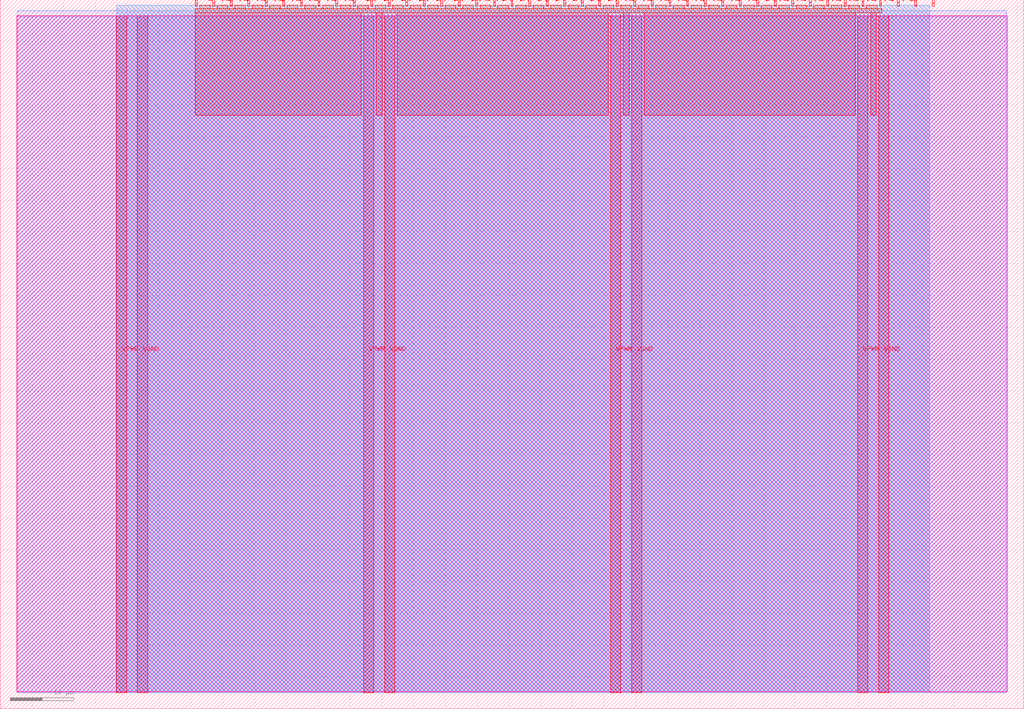
<source format=lef>
VERSION 5.7 ;
  NOWIREEXTENSIONATPIN ON ;
  DIVIDERCHAR "/" ;
  BUSBITCHARS "[]" ;
MACRO tt_um_carryskip_adder8
  CLASS BLOCK ;
  FOREIGN tt_um_carryskip_adder8 ;
  ORIGIN 0.000 0.000 ;
  SIZE 161.000 BY 111.520 ;
  PIN VGND
    DIRECTION INOUT ;
    USE GROUND ;
    PORT
      LAYER met4 ;
        RECT 21.580 2.480 23.180 109.040 ;
    END
    PORT
      LAYER met4 ;
        RECT 60.450 2.480 62.050 109.040 ;
    END
    PORT
      LAYER met4 ;
        RECT 99.320 2.480 100.920 109.040 ;
    END
    PORT
      LAYER met4 ;
        RECT 138.190 2.480 139.790 109.040 ;
    END
  END VGND
  PIN VPWR
    DIRECTION INOUT ;
    USE POWER ;
    PORT
      LAYER met4 ;
        RECT 18.280 2.480 19.880 109.040 ;
    END
    PORT
      LAYER met4 ;
        RECT 57.150 2.480 58.750 109.040 ;
    END
    PORT
      LAYER met4 ;
        RECT 96.020 2.480 97.620 109.040 ;
    END
    PORT
      LAYER met4 ;
        RECT 134.890 2.480 136.490 109.040 ;
    END
  END VPWR
  PIN clk
    DIRECTION INPUT ;
    USE SIGNAL ;
    PORT
      LAYER met4 ;
        RECT 143.830 110.520 144.130 111.520 ;
    END
  END clk
  PIN ena
    DIRECTION INPUT ;
    USE SIGNAL ;
    PORT
      LAYER met4 ;
        RECT 146.590 110.520 146.890 111.520 ;
    END
  END ena
  PIN rst_n
    DIRECTION INPUT ;
    USE SIGNAL ;
    PORT
      LAYER met4 ;
        RECT 141.070 110.520 141.370 111.520 ;
    END
  END rst_n
  PIN ui_in[0]
    DIRECTION INPUT ;
    USE SIGNAL ;
    ANTENNAGATEAREA 0.196500 ;
    PORT
      LAYER met4 ;
        RECT 138.310 110.520 138.610 111.520 ;
    END
  END ui_in[0]
  PIN ui_in[1]
    DIRECTION INPUT ;
    USE SIGNAL ;
    ANTENNAGATEAREA 0.196500 ;
    PORT
      LAYER met4 ;
        RECT 135.550 110.520 135.850 111.520 ;
    END
  END ui_in[1]
  PIN ui_in[2]
    DIRECTION INPUT ;
    USE SIGNAL ;
    ANTENNAGATEAREA 0.196500 ;
    PORT
      LAYER met4 ;
        RECT 132.790 110.520 133.090 111.520 ;
    END
  END ui_in[2]
  PIN ui_in[3]
    DIRECTION INPUT ;
    USE SIGNAL ;
    ANTENNAGATEAREA 0.196500 ;
    PORT
      LAYER met4 ;
        RECT 130.030 110.520 130.330 111.520 ;
    END
  END ui_in[3]
  PIN ui_in[4]
    DIRECTION INPUT ;
    USE SIGNAL ;
    ANTENNAGATEAREA 0.196500 ;
    PORT
      LAYER met4 ;
        RECT 127.270 110.520 127.570 111.520 ;
    END
  END ui_in[4]
  PIN ui_in[5]
    DIRECTION INPUT ;
    USE SIGNAL ;
    ANTENNAGATEAREA 0.196500 ;
    PORT
      LAYER met4 ;
        RECT 124.510 110.520 124.810 111.520 ;
    END
  END ui_in[5]
  PIN ui_in[6]
    DIRECTION INPUT ;
    USE SIGNAL ;
    ANTENNAGATEAREA 0.196500 ;
    PORT
      LAYER met4 ;
        RECT 121.750 110.520 122.050 111.520 ;
    END
  END ui_in[6]
  PIN ui_in[7]
    DIRECTION INPUT ;
    USE SIGNAL ;
    ANTENNAGATEAREA 0.196500 ;
    PORT
      LAYER met4 ;
        RECT 118.990 110.520 119.290 111.520 ;
    END
  END ui_in[7]
  PIN uio_in[0]
    DIRECTION INPUT ;
    USE SIGNAL ;
    ANTENNAGATEAREA 0.196500 ;
    PORT
      LAYER met4 ;
        RECT 116.230 110.520 116.530 111.520 ;
    END
  END uio_in[0]
  PIN uio_in[1]
    DIRECTION INPUT ;
    USE SIGNAL ;
    ANTENNAGATEAREA 0.196500 ;
    PORT
      LAYER met4 ;
        RECT 113.470 110.520 113.770 111.520 ;
    END
  END uio_in[1]
  PIN uio_in[2]
    DIRECTION INPUT ;
    USE SIGNAL ;
    ANTENNAGATEAREA 0.196500 ;
    PORT
      LAYER met4 ;
        RECT 110.710 110.520 111.010 111.520 ;
    END
  END uio_in[2]
  PIN uio_in[3]
    DIRECTION INPUT ;
    USE SIGNAL ;
    ANTENNAGATEAREA 0.196500 ;
    PORT
      LAYER met4 ;
        RECT 107.950 110.520 108.250 111.520 ;
    END
  END uio_in[3]
  PIN uio_in[4]
    DIRECTION INPUT ;
    USE SIGNAL ;
    ANTENNAGATEAREA 0.196500 ;
    PORT
      LAYER met4 ;
        RECT 105.190 110.520 105.490 111.520 ;
    END
  END uio_in[4]
  PIN uio_in[5]
    DIRECTION INPUT ;
    USE SIGNAL ;
    ANTENNAGATEAREA 0.196500 ;
    PORT
      LAYER met4 ;
        RECT 102.430 110.520 102.730 111.520 ;
    END
  END uio_in[5]
  PIN uio_in[6]
    DIRECTION INPUT ;
    USE SIGNAL ;
    ANTENNAGATEAREA 0.196500 ;
    PORT
      LAYER met4 ;
        RECT 99.670 110.520 99.970 111.520 ;
    END
  END uio_in[6]
  PIN uio_in[7]
    DIRECTION INPUT ;
    USE SIGNAL ;
    ANTENNAGATEAREA 0.196500 ;
    PORT
      LAYER met4 ;
        RECT 96.910 110.520 97.210 111.520 ;
    END
  END uio_in[7]
  PIN uio_oe[0]
    DIRECTION OUTPUT ;
    USE SIGNAL ;
    PORT
      LAYER met4 ;
        RECT 49.990 110.520 50.290 111.520 ;
    END
  END uio_oe[0]
  PIN uio_oe[1]
    DIRECTION OUTPUT ;
    USE SIGNAL ;
    PORT
      LAYER met4 ;
        RECT 47.230 110.520 47.530 111.520 ;
    END
  END uio_oe[1]
  PIN uio_oe[2]
    DIRECTION OUTPUT ;
    USE SIGNAL ;
    PORT
      LAYER met4 ;
        RECT 44.470 110.520 44.770 111.520 ;
    END
  END uio_oe[2]
  PIN uio_oe[3]
    DIRECTION OUTPUT ;
    USE SIGNAL ;
    PORT
      LAYER met4 ;
        RECT 41.710 110.520 42.010 111.520 ;
    END
  END uio_oe[3]
  PIN uio_oe[4]
    DIRECTION OUTPUT ;
    USE SIGNAL ;
    PORT
      LAYER met4 ;
        RECT 38.950 110.520 39.250 111.520 ;
    END
  END uio_oe[4]
  PIN uio_oe[5]
    DIRECTION OUTPUT ;
    USE SIGNAL ;
    PORT
      LAYER met4 ;
        RECT 36.190 110.520 36.490 111.520 ;
    END
  END uio_oe[5]
  PIN uio_oe[6]
    DIRECTION OUTPUT ;
    USE SIGNAL ;
    PORT
      LAYER met4 ;
        RECT 33.430 110.520 33.730 111.520 ;
    END
  END uio_oe[6]
  PIN uio_oe[7]
    DIRECTION OUTPUT ;
    USE SIGNAL ;
    PORT
      LAYER met4 ;
        RECT 30.670 110.520 30.970 111.520 ;
    END
  END uio_oe[7]
  PIN uio_out[0]
    DIRECTION OUTPUT ;
    USE SIGNAL ;
    PORT
      LAYER met4 ;
        RECT 72.070 110.520 72.370 111.520 ;
    END
  END uio_out[0]
  PIN uio_out[1]
    DIRECTION OUTPUT ;
    USE SIGNAL ;
    PORT
      LAYER met4 ;
        RECT 69.310 110.520 69.610 111.520 ;
    END
  END uio_out[1]
  PIN uio_out[2]
    DIRECTION OUTPUT ;
    USE SIGNAL ;
    PORT
      LAYER met4 ;
        RECT 66.550 110.520 66.850 111.520 ;
    END
  END uio_out[2]
  PIN uio_out[3]
    DIRECTION OUTPUT ;
    USE SIGNAL ;
    PORT
      LAYER met4 ;
        RECT 63.790 110.520 64.090 111.520 ;
    END
  END uio_out[3]
  PIN uio_out[4]
    DIRECTION OUTPUT ;
    USE SIGNAL ;
    PORT
      LAYER met4 ;
        RECT 61.030 110.520 61.330 111.520 ;
    END
  END uio_out[4]
  PIN uio_out[5]
    DIRECTION OUTPUT ;
    USE SIGNAL ;
    PORT
      LAYER met4 ;
        RECT 58.270 110.520 58.570 111.520 ;
    END
  END uio_out[5]
  PIN uio_out[6]
    DIRECTION OUTPUT ;
    USE SIGNAL ;
    PORT
      LAYER met4 ;
        RECT 55.510 110.520 55.810 111.520 ;
    END
  END uio_out[6]
  PIN uio_out[7]
    DIRECTION OUTPUT ;
    USE SIGNAL ;
    PORT
      LAYER met4 ;
        RECT 52.750 110.520 53.050 111.520 ;
    END
  END uio_out[7]
  PIN uo_out[0]
    DIRECTION OUTPUT ;
    USE SIGNAL ;
    ANTENNADIFFAREA 0.795200 ;
    PORT
      LAYER met4 ;
        RECT 94.150 110.520 94.450 111.520 ;
    END
  END uo_out[0]
  PIN uo_out[1]
    DIRECTION OUTPUT ;
    USE SIGNAL ;
    ANTENNADIFFAREA 0.795200 ;
    PORT
      LAYER met4 ;
        RECT 91.390 110.520 91.690 111.520 ;
    END
  END uo_out[1]
  PIN uo_out[2]
    DIRECTION OUTPUT ;
    USE SIGNAL ;
    ANTENNADIFFAREA 0.795200 ;
    PORT
      LAYER met4 ;
        RECT 88.630 110.520 88.930 111.520 ;
    END
  END uo_out[2]
  PIN uo_out[3]
    DIRECTION OUTPUT ;
    USE SIGNAL ;
    ANTENNADIFFAREA 0.445500 ;
    PORT
      LAYER met4 ;
        RECT 85.870 110.520 86.170 111.520 ;
    END
  END uo_out[3]
  PIN uo_out[4]
    DIRECTION OUTPUT ;
    USE SIGNAL ;
    ANTENNADIFFAREA 0.445500 ;
    PORT
      LAYER met4 ;
        RECT 83.110 110.520 83.410 111.520 ;
    END
  END uo_out[4]
  PIN uo_out[5]
    DIRECTION OUTPUT ;
    USE SIGNAL ;
    ANTENNADIFFAREA 0.445500 ;
    PORT
      LAYER met4 ;
        RECT 80.350 110.520 80.650 111.520 ;
    END
  END uo_out[5]
  PIN uo_out[6]
    DIRECTION OUTPUT ;
    USE SIGNAL ;
    ANTENNADIFFAREA 0.445500 ;
    PORT
      LAYER met4 ;
        RECT 77.590 110.520 77.890 111.520 ;
    END
  END uo_out[6]
  PIN uo_out[7]
    DIRECTION OUTPUT ;
    USE SIGNAL ;
    ANTENNADIFFAREA 0.445500 ;
    PORT
      LAYER met4 ;
        RECT 74.830 110.520 75.130 111.520 ;
    END
  END uo_out[7]
  OBS
      LAYER nwell ;
        RECT 2.570 2.635 158.430 108.990 ;
      LAYER li1 ;
        RECT 2.760 2.635 158.240 108.885 ;
      LAYER met1 ;
        RECT 2.760 2.480 158.240 109.780 ;
      LAYER met2 ;
        RECT 18.310 2.535 146.190 110.685 ;
      LAYER met3 ;
        RECT 18.290 2.555 146.215 110.665 ;
      LAYER met4 ;
        RECT 31.370 110.120 33.030 110.665 ;
        RECT 34.130 110.120 35.790 110.665 ;
        RECT 36.890 110.120 38.550 110.665 ;
        RECT 39.650 110.120 41.310 110.665 ;
        RECT 42.410 110.120 44.070 110.665 ;
        RECT 45.170 110.120 46.830 110.665 ;
        RECT 47.930 110.120 49.590 110.665 ;
        RECT 50.690 110.120 52.350 110.665 ;
        RECT 53.450 110.120 55.110 110.665 ;
        RECT 56.210 110.120 57.870 110.665 ;
        RECT 58.970 110.120 60.630 110.665 ;
        RECT 61.730 110.120 63.390 110.665 ;
        RECT 64.490 110.120 66.150 110.665 ;
        RECT 67.250 110.120 68.910 110.665 ;
        RECT 70.010 110.120 71.670 110.665 ;
        RECT 72.770 110.120 74.430 110.665 ;
        RECT 75.530 110.120 77.190 110.665 ;
        RECT 78.290 110.120 79.950 110.665 ;
        RECT 81.050 110.120 82.710 110.665 ;
        RECT 83.810 110.120 85.470 110.665 ;
        RECT 86.570 110.120 88.230 110.665 ;
        RECT 89.330 110.120 90.990 110.665 ;
        RECT 92.090 110.120 93.750 110.665 ;
        RECT 94.850 110.120 96.510 110.665 ;
        RECT 97.610 110.120 99.270 110.665 ;
        RECT 100.370 110.120 102.030 110.665 ;
        RECT 103.130 110.120 104.790 110.665 ;
        RECT 105.890 110.120 107.550 110.665 ;
        RECT 108.650 110.120 110.310 110.665 ;
        RECT 111.410 110.120 113.070 110.665 ;
        RECT 114.170 110.120 115.830 110.665 ;
        RECT 116.930 110.120 118.590 110.665 ;
        RECT 119.690 110.120 121.350 110.665 ;
        RECT 122.450 110.120 124.110 110.665 ;
        RECT 125.210 110.120 126.870 110.665 ;
        RECT 127.970 110.120 129.630 110.665 ;
        RECT 130.730 110.120 132.390 110.665 ;
        RECT 133.490 110.120 135.150 110.665 ;
        RECT 136.250 110.120 137.910 110.665 ;
        RECT 30.655 109.440 138.625 110.120 ;
        RECT 30.655 93.335 56.750 109.440 ;
        RECT 59.150 93.335 60.050 109.440 ;
        RECT 62.450 93.335 95.620 109.440 ;
        RECT 98.020 93.335 98.920 109.440 ;
        RECT 101.320 93.335 134.490 109.440 ;
        RECT 136.890 93.335 137.790 109.440 ;
  END
END tt_um_carryskip_adder8
END LIBRARY


</source>
